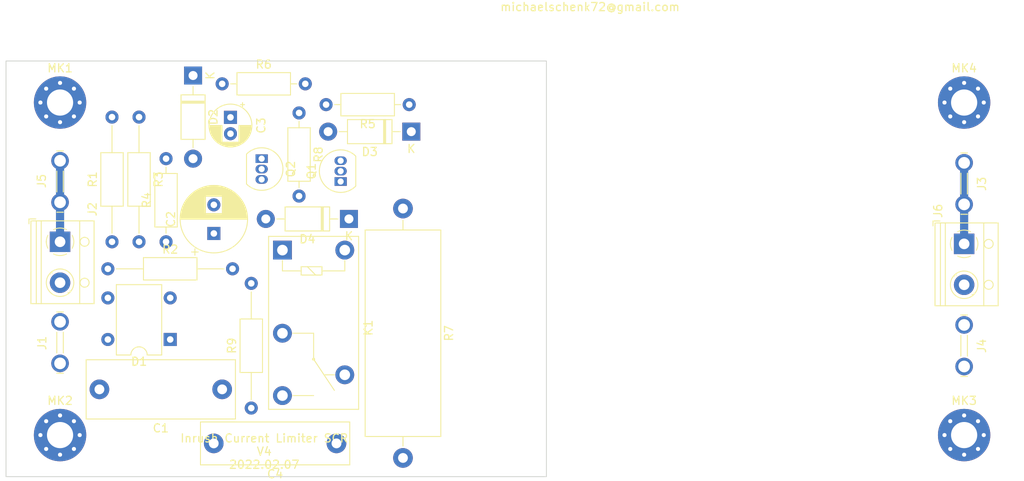
<source format=kicad_pcb>
(kicad_pcb (version 20211014) (generator pcbnew)
  (layers (0 "F.Cu" signal) (31 "B.Cu" signal) (34 "B.Paste" user) (35 "F.Paste" user) (36 "B.SilkS" user "B.Silkscreen") (37 "F.SilkS" user "F.Silkscreen") (38 "B.Mask" user) (39 "F.Mask" user) (44 "Edge.Cuts" user))
  (net 0 "")
  (net 1 "Net-(C1-Pad1)")
  (net 2 "Net-(C1-Pad2)")
  (net 3 "Net-(D1-Pad2)")
  (net 4 "Net-(K1-Pad5)")
  (net 5 "Net-(Q2-Pad2)")
  (net 6 "Net-(K1-Pad3)")
  (net 7 "Net-(C4-Pad2)")
  (net 8 "Net-(J6-Pad2)")
  (net 9 "Net-(K1-Pad1)")
  (net 10 "Net-(K1-Pad2)")
  (net 11 "Net-(K1-Pad4)")
  (net 12 "Net-(Q1-Pad1)")
  (net 13 "Net-(Q1-Pad2)")
  (net 14 "Net-(R3-Pad1)")
  (footprint "Diode_THT:D_DO-41_SOD81_P10.16mm_Horizontal" (layer "F.Cu") (at 120.65 75.184 180)
    (fp_text reference "D4" (at 5.08 -2.47) (layer "F.SilkS"))
    (fp_text value "1N4007")
    (fp_text user "K" (at 0 -2.1) (layer "F.SilkS"))
    (pad "1" thru_hole rect (at 0 0 180) (size 2.2 2.2) (drill 1.1) (layers *.Cu *.Mask) (net 4 "Net-(K1-Pad5)"))
    (pad "2" thru_hole oval (at 10.16 0 180) (size 2.2 2.2) (drill 1.1) (layers *.Cu *.Mask) (net 9 "Net-(K1-Pad1)"))
  )
  (footprint "Resistor_THT:R_Axial_DIN0207_L6.3mm_D2.5mm_P15.24mm_Horizontal" (layer "F.Cu") (at 91.186 81.28)
    (fp_text reference "R2" (at 7.62 -2.37) (layer "F.SilkS"))
    (fp_text value "220R/1W")
    (pad "1" thru_hole circle (at 0 0) (size 1.6 1.6) (drill 0.8) (layers *.Cu *.Mask) (net 6 "Net-(K1-Pad3)"))
    (pad "2" thru_hole oval (at 15.24 0) (size 1.6 1.6) (drill 0.8) (layers *.Cu *.Mask) (net 1 "Net-(C1-Pad1)"))
  )
  (footprint "Capacitor_THT:CP_Radial_D5.0mm_P2.00mm" (layer "F.Cu") (at 106.172 62.77 -90)
    (fp_text reference "C3" (at 1 -3.75 90) (layer "F.SilkS"))
    (fp_text value "22uF/50V")
    (pad "1" thru_hole rect (at 0 0 270) (size 1.6 1.6) (drill 0.8) (layers *.Cu *.Mask) (net 5 "Net-(Q2-Pad2)"))
    (pad "2" thru_hole circle (at 2 0 270) (size 1.6 1.6) (drill 0.8) (layers *.Cu *.Mask) (net 3 "Net-(D1-Pad2)"))
  )
  (footprint "TerminalBlock_RND:TerminalBlock_RND_205-00012_1x02_P5.00mm_Horizontal" (layer "F.Cu") (at 85.344 77.978 -90)
    (fp_text reference "J2" (at -3.978 -3.956 90) (layer "F.SilkS"))
    (fp_text value "Screw_Terminal_01x02")
    (pad "1" thru_hole rect (at 0 0 270) (size 2.5 2.5) (drill 1.3) (layers *.Cu *.Mask) (net 6 "Net-(K1-Pad3)"))
    (pad "2" thru_hole circle (at 5 0 270) (size 2.5 2.5) (drill 1.3) (layers *.Cu *.Mask) (net 8 "Net-(J6-Pad2)"))
  )
  (footprint "kicad-snk:TE_62409-1" (layer "F.Cu") (at 195.834 90.678 90)
    (fp_text reference "J4" (at -0.022 2.162 90) (layer "F.SilkS") (effects (font (size 1.001661 1.001661))))
    (fp_text value "Conn_01x02")
    (pad "1" thru_hole circle (at -2.54 0 90) (size 2.145 2.145) (drill 1.43) (layers *.Cu *.Mask) (net 8 "Net-(J6-Pad2)"))
    (pad "2" thru_hole circle (at 2.54 0 90) (size 2.145 2.145) (drill 1.43) (layers *.Cu *.Mask) (net 8 "Net-(J6-Pad2)"))
  )
  (footprint "Relay_THT:Relay_SPDT_Omron-G5Q-1" (layer "F.Cu") (at 112.522 78.994 -90)
    (fp_text reference "K1" (at 9.5 -10.5 90) (layer "F.SilkS"))
    (fp_text value "Omrom G5Q-1 DC24")
    (pad "1" thru_hole rect (at 0 0 90) (size 2.3 2.3) (drill 1.3) (layers *.Cu *.Mask) (net 9 "Net-(K1-Pad1)"))
    (pad "2" thru_hole circle (at 10.16 0 90) (size 2.3 2.3) (drill 1.3) (layers *.Cu *.Mask) (net 10 "Net-(K1-Pad2)"))
    (pad "3" thru_hole circle (at 17.78 0 90) (size 2.3 2.3) (drill 1.3) (layers *.Cu *.Mask) (net 6 "Net-(K1-Pad3)"))
    (pad "4" thru_hole circle (at 15.24 -7.62 90) (size 2.3 2.3) (drill 1.3) (layers *.Cu *.Mask) (net 11 "Net-(K1-Pad4)"))
    (pad "5" thru_hole circle (at 0 -7.62 90) (size 2.3 2.3) (drill 1.3) (layers *.Cu *.Mask) (net 4 "Net-(K1-Pad5)"))
  )
  (footprint "kicad-snk:TE_62409-1" (layer "F.Cu") (at 85.344 90.297 -90)
    (fp_text reference "J1" (at 0.053 2.194 90) (layer "F.SilkS") (effects (font (size 1.001661 1.001661))))
    (fp_text value "Conn_01x02")
    (pad "1" thru_hole circle (at -2.54 0 270) (size 2.145 2.145) (drill 1.43) (layers *.Cu *.Mask) (net 8 "Net-(J6-Pad2)"))
    (pad "2" thru_hole circle (at 2.54 0 270) (size 2.145 2.145) (drill 1.43) (layers *.Cu *.Mask) (net 8 "Net-(J6-Pad2)"))
  )
  (footprint "Resistor_THT:R_Axial_DIN0207_L6.3mm_D2.5mm_P10.16mm_Horizontal" (layer "F.Cu") (at 114.554 62.23 -90)
    (fp_text reference "R8" (at 5.08 -2.37 90) (layer "F.SilkS"))
    (fp_text value "22k")
    (pad "1" thru_hole circle (at 0 0 270) (size 1.6 1.6) (drill 0.8) (layers *.Cu *.Mask) (net 13 "Net-(Q1-Pad2)"))
    (pad "2" thru_hole oval (at 10.16 0 270) (size 1.6 1.6) (drill 0.8) (layers *.Cu *.Mask) (net 9 "Net-(K1-Pad1)"))
  )
  (footprint "kicad-snk:TE_62409-1" (layer "F.Cu") (at 195.834 70.866 -90)
    (fp_text reference "J3" (at 0.034 -2.162 90) (layer "F.SilkS") (effects (font (size 1.001661 1.001661))))
    (fp_text value "Conn_01x02")
    (pad "1" thru_hole circle (at -2.54 0 270) (size 2.145 2.145) (drill 1.43) (layers *.Cu *.Mask) (net 10 "Net-(K1-Pad2)"))
    (pad "2" thru_hole circle (at 2.54 0 270) (size 2.145 2.145) (drill 1.43) (layers *.Cu *.Mask) (net 10 "Net-(K1-Pad2)"))
  )
  (footprint "MountingHole:MountingHole_3.2mm_M3_Pad_Via" (layer "F.Cu") (at 85.344 60.96)
    (fp_text reference "MK1" (at 0 -4.2) (layer "F.SilkS"))
    (fp_text value "Mounting_Hole_PAD")
    (pad "1" thru_hole circle (at 0 2.4) (size 0.8 0.8) (drill 0.5) (layers *.Cu *.Mask))
    (pad "1" thru_hole circle (at -2.4 0) (size 0.8 0.8) (drill 0.5) (layers *.Cu *.Mask))
    (pad "1" thru_hole circle (at 0 0) (size 6.4 6.4) (drill 3.2) (layers *.Cu *.Mask))
    (pad "1" thru_hole circle (at -1.697056 1.697056) (size 0.8 0.8) (drill 0.5) (layers *.Cu *.Mask))
    (pad "1" thru_hole circle (at 0 -2.4) (size 0.8 0.8) (drill 0.5) (layers *.Cu *.Mask))
    (pad "1" thru_hole circle (at 1.697056 1.697056) (size 0.8 0.8) (drill 0.5) (layers *.Cu *.Mask))
    (pad "1" thru_hole circle (at 1.697056 -1.697056) (size 0.8 0.8) (drill 0.5) (layers *.Cu *.Mask))
    (pad "1" thru_hole circle (at -1.697056 -1.697056) (size 0.8 0.8) (drill 0.5) (layers *.Cu *.Mask))
    (pad "1" thru_hole circle (at 2.4 0) (size 0.8 0.8) (drill 0.5) (layers *.Cu *.Mask))
  )
  (footprint "Package_TO_SOT_THT:TO-92_Inline" (layer "F.Cu") (at 119.634 70.612 90)
    (fp_text reference "Q1" (at 1.27 -3.56 90) (layer "F.SilkS"))
    (fp_text value "BC559")
    (pad "1" thru_hole rect (at 0 0 90) (size 1.05 1.5) (drill 0.75) (layers *.Cu *.Mask) (net 12 "Net-(Q1-Pad1)"))
    (pad "2" thru_hole oval (at 1.27 0 90) (size 1.05 1.5) (drill 0.75) (layers *.Cu *.Mask) (net 13 "Net-(Q1-Pad2)"))
    (pad "3" thru_hole oval (at 2.54 0 90) (size 1.05 1.5) (drill 0.75) (layers *.Cu *.Mask) (net 4 "Net-(K1-Pad5)"))
  )
  (footprint "Package_TO_SOT_THT:TO-92_Inline" (layer "F.Cu") (at 109.982 67.818 -90)
    (fp_text reference "Q2" (at 1.27 -3.56 90) (layer "F.SilkS"))
    (fp_text value "2N7000")
    (pad "1" thru_hole rect (at 0 0 270) (size 1.05 1.5) (drill 0.75) (layers *.Cu *.Mask) (net 3 "Net-(D1-Pad2)"))
    (pad "2" thru_hole oval (at 1.27 0 270) (size 1.05 1.5) (drill 0.75) (layers *.Cu *.Mask) (net 5 "Net-(Q2-Pad2)"))
    (pad "3" thru_hole oval (at 2.54 0 270) (size 1.05 1.5) (drill 0.75) (layers *.Cu *.Mask) (net 9 "Net-(K1-Pad1)"))
  )
  (footprint "Resistor_THT:R_Axial_DIN0207_L6.3mm_D2.5mm_P10.16mm_Horizontal" (layer "F.Cu") (at 105.156 58.674)
    (fp_text reference "R6" (at 5.08 -2.37) (layer "F.SilkS"))
    (fp_text value "220R")
    (pad "1" thru_hole circle (at 0 0) (size 1.6 1.6) (drill 0.8) (layers *.Cu *.Mask) (net 5 "Net-(Q2-Pad2)"))
    (pad "2" thru_hole oval (at 10.16 0) (size 1.6 1.6) (drill 0.8) (layers *.Cu *.Mask) (net 12 "Net-(Q1-Pad1)"))
  )
  (footprint "TerminalBlock_RND:TerminalBlock_RND_205-00012_1x02_P5.00mm_Horizontal" (layer "F.Cu") (at 195.834 78.232 -90)
    (fp_text reference "J6" (at -4.032 3.188 90) (layer "F.SilkS"))
    (fp_text value "Screw_Terminal_01x02")
    (pad "1" thru_hole rect (at 0 0 270) (size 2.5 2.5) (drill 1.3) (layers *.Cu *.Mask) (net 10 "Net-(K1-Pad2)"))
    (pad "2" thru_hole circle (at 5 0 270) (size 2.5 2.5) (drill 1.3) (layers *.Cu *.Mask) (net 8 "Net-(J6-Pad2)"))
  )
  (footprint "MountingHole:MountingHole_3.2mm_M3_Pad_Via" (layer "F.Cu") (at 195.834 60.96)
    (fp_text reference "MK4" (at 0 -4.2) (layer "F.SilkS"))
    (fp_text value "Mounting_Hole_PAD")
    (pad "1" thru_hole circle (at -1.697056 -1.697056) (size 0.8 0.8) (drill 0.5) (layers *.Cu *.Mask))
    (pad "1" thru_hole circle (at 0 2.4) (size 0.8 0.8) (drill 0.5) (layers *.Cu *.Mask))
    (pad "1" thru_hole circle (at 2.4 0) (size 0.8 0.8) (drill 0.5) (layers *.Cu *.Mask))
    (pad "1" thru_hole circle (at -2.4 0) (size 0.8 0.8) (drill 0.5) (layers *.Cu *.Mask))
    (pad "1" thru_hole circle (at -1.697056 1.697056) (size 0.8 0.8) (drill 0.5) (layers *.Cu *.Mask))
    (pad "1" thru_hole circle (at 1.697056 1.697056) (size 0.8 0.8) (drill 0.5) (layers *.Cu *.Mask))
    (pad "1" thru_hole circle (at 0 -2.4) (size 0.8 0.8) (drill 0.5) (layers *.Cu *.Mask))
    (pad "1" thru_hole circle (at 0 0) (size 6.4 6.4) (drill 3.2) (layers *.Cu *.Mask))
    (pad "1" thru_hole circle (at 1.697056 -1.697056) (size 0.8 0.8) (drill 0.5) (layers *.Cu *.Mask))
  )
  (footprint "Capacitor_THT:CP_Radial_D8.0mm_P3.50mm" (layer "F.Cu") (at 104.14 76.962 90)
    (fp_text reference "C2" (at 1.75 -5.25 90) (layer "F.SilkS"))
    (fp_text value "100uF/50V")
    (pad "1" thru_hole rect (at 0 0 90) (size 1.6 1.6) (drill 0.8) (layers *.Cu *.Mask) (net 4 "Net-(K1-Pad5)"))
    (pad "2" thru_hole circle (at 3.5 0 90) (size 1.6 1.6) (drill 0.8) (layers *.Cu *.Mask) (net 3 "Net-(D1-Pad2)"))
  )
  (footprint "Diode_THT:Diode_Bridge_DIP-4_W7.62mm_P5.08mm" (layer "F.Cu") (at 98.806 89.916 180)
    (fp_text reference "D1" (at 3.8 -2.7) (layer "F.SilkS"))
    (fp_text value "DF04M")
    (pad "1" thru_hole rect (at 0 0 180) (size 1.6 1.6) (drill 0.8) (layers *.Cu *.Mask) (net 4 "Net-(K1-Pad5)"))
    (pad "2" thru_hole oval (at 0 5.08 180) (size 1.6 1.6) (drill 0.8) (layers *.Cu *.Mask) (net 3 "Net-(D1-Pad2)"))
    (pad "3" thru_hole oval (at 7.62 5.08 180) (size 1.6 1.6) (drill 0.8) (layers *.Cu *.Mask) (net 8 "Net-(J6-Pad2)"))
    (pad "4" thru_hole oval (at 7.62 0 180) (size 1.6 1.6) (drill 0.8) (layers *.Cu *.Mask) (net 2 "Net-(C1-Pad2)"))
  )
  (footprint "Resistor_THT:R_Axial_DIN0207_L6.3mm_D2.5mm_P10.16mm_Horizontal" (layer "F.Cu") (at 98.298 77.978 90)
    (fp_text reference "R4" (at 5.08 -2.37 90) (layer "F.SilkS"))
    (fp_text value "3k9")
    (pad "1" thru_hole circle (at 0 0 90) (size 1.6 1.6) (drill 0.8) (layers *.Cu *.Mask) (net 4 "Net-(K1-Pad5)"))
    (pad "2" thru_hole oval (at 10.16 0 90) (size 1.6 1.6) (drill 0.8) (layers *.Cu *.Mask) (net 3 "Net-(D1-Pad2)"))
  )
  (footprint "Capacitor_THT:C_Rect_L18.0mm_W7.0mm_P15.00mm_FKS3_FKP3" (layer "F.Cu") (at 105.156 96.012 180)
    (fp_text reference "C1" (at 7.5 -4.75) (layer "F.SilkS"))
    (fp_text value "220nF/X2")
    (pad "1" thru_hole circle (at 0 0 180) (size 2.4 2.4) (drill 1.2) (layers *.Cu *.Mask) (net 1 "Net-(C1-Pad1)"))
    (pad "2" thru_hole circle (at 15 0 180) (size 2.4 2.4) (drill 1.2) (layers *.Cu *.Mask) (net 2 "Net-(C1-Pad2)"))
  )
  (footprint "Resistor_THT:R_Axial_DIN0207_L6.3mm_D2.5mm_P10.16mm_Horizontal" (layer "F.Cu") (at 128.016 61.214 180)
    (fp_text reference "R5" (at 5.08 -2.37) (layer "F.SilkS"))
    (fp_text value "100k")
    (pad "1" thru_hole circle (at 0 0 180) (size 1.6 1.6) (drill 0.8) (layers *.Cu *.Mask) (net 4 "Net-(K1-Pad5)"))
    (pad "2" thru_hole oval (at 10.16 0 180) (size 1.6 1.6) (drill 0.8) (layers *.Cu *.Mask) (net 5 "Net-(Q2-Pad2)"))
  )
  (footprint "Resistor_THT:R_Axial_DIN0207_L6.3mm_D2.5mm_P15.24mm_Horizontal" (layer "F.Cu") (at 94.996 62.738 -90)
    (fp_text reference "R3" (at 7.62 -2.37 -90) (layer "F.SilkS"))
    (fp_text value "270k/1W")
    (pad "1" thru_hole circle (at 0 0 270) (size 1.6 1.6) (drill 0.8) (layers *.Cu *.Mask) (net 14 "Net-(R3-Pad1)"))
    (pad "2" thru_hole oval (at 15.24 0 270) (size 1.6 1.6) (drill 0.8) (layers *.Cu *.Mask) (net 2 "Net-(C1-Pad2)"))
  )
  (footprint "Diode_THT:D_DO-41_SOD81_P10.16mm_Horizontal" (layer "F.Cu") (at 128.27 64.516 180)
    (fp_text reference "D3" (at 5.08 -2.47) (layer "F.SilkS"))
    (fp_text value "1N4007")
    (fp_text user "K" (at 0 -2.1) (layer "F.SilkS"))
    (pad "1" thru_hole rect (at 0 0 180) (size 2.2 2.2) (drill 1.1) (layers *.Cu *.Mask) (net 4 "Net-(K1-Pad5)"))
    (pad "2" thru_hole oval (at 10.16 0 180) (size 2.2 2.2) (drill 1.1) (layers *.Cu *.Mask) (net 5 "Net-(Q2-Pad2)"))
  )
  (footprint "kicad-snk:TE_62409-1" (layer "F.Cu") (at 85.344 70.612 90)
    (fp_text reference "J5" (at 0.062 -2.244 90) (layer "F.SilkS") (effects (font (size 1.001661 1.001661))))
    (fp_text value "Conn_01x02")
    (pad "1" thru_hole circle (at -2.54 0 90) (size 2.145 2.145) (drill 1.43) (layers *.Cu *.Mask) (net 6 "Net-(K1-Pad3)"))
    (pad "2" thru_hole circle (at 2.54 0 90) (size 2.145 2.145) (drill 1.43) (layers *.Cu *.Mask) (net 6 "Net-(K1-Pad3)"))
  )
  (footprint "Capacitor_THT:C_Rect_L18.0mm_W5.0mm_P15.00mm_FKS3_FKP3" (layer "F.Cu") (at 119.126 102.616 180)
    (fp_text reference "C4" (at 7.5 -3.75) (layer "F.SilkS"))
    (fp_text value "100nF/X2")
    (pad "1" thru_hole circle (at 0 0 180) (size 2.4 2.4) (drill 1.2) (layers *.Cu *.Mask) (net 6 "Net-(K1-Pad3)"))
    (pad "2" thru_hole circle (at 15 0 180) (size 2.4 2.4) (drill 1.2) (layers *.Cu *.Mask) (net 7 "Net-(C4-Pad2)"))
  )
  (footprint "Resistor_THT:R_Axial_Power_L25.0mm_W9.0mm_P30.48mm" (layer "F.Cu") (at 127.254 73.914 -90)
    (fp_text reference "R7" (at 15.24 -5.62 90) (layer "F.SilkS"))
    (fp_text value "100R/5W")
    (pad "1" thru_hole circle (at 0 0 270) (size 2.4 2.4) (drill 1.2) (layers *.Cu *.Mask) (net 11 "Net-(K1-Pad4)"))
    (pad "2" thru_hole oval (at 30.48 0 270) (size 2.4 2.4) (drill 1.2) (layers *.Cu *.Mask) (net 6 "Net-(K1-Pad3)"))
  )
  (footprint "Resistor_THT:R_Axial_DIN0207_L6.3mm_D2.5mm_P15.24mm_Horizontal" (layer "F.Cu") (at 108.712 98.298 90)
    (fp_text reference "R9" (at 7.62 -2.37 90) (layer "F.SilkS"))
    (fp_text value "100R/1W")
    (pad "1" thru_hole circle (at 0 0 90) (size 1.6 1.6) (drill 0.8) (layers *.Cu *.Mask) (net 7 "Net-(C4-Pad2)"))
    (pad "2" thru_hole oval (at 15.24 0 90) (size 1.6 1.6) (drill 0.8) (layers *.Cu *.Mask) (net 10 "Net-(K1-Pad2)"))
  )
  (footprint "Resistor_THT:R_Axial_DIN0207_L6.3mm_D2.5mm_P15.24mm_Horizontal" (layer "F.Cu") (at 91.694 77.978 90)
    (fp_text reference "R1" (at 7.62 -2.37 90) (layer "F.SilkS"))
    (fp_text value "270k/1W")
    (pad "1" thru_hole circle (at 0 0 90) (size 1.6 1.6) (drill 0.8) (layers *.Cu *.Mask) (net 6 "Net-(K1-Pad3)"))
    (pad "2" thru_hole oval (at 15.24 0 90) (size 1.6 1.6) (drill 0.8) (layers *.Cu *.Mask) (net 14 "Net-(R3-Pad1)"))
  )
  (footprint "MountingHole:MountingHole_3.2mm_M3_Pad_Via" (layer "F.Cu") (at 195.834 101.6)
    (fp_text reference "MK3" (at 0 -4.2) (layer "F.SilkS"))
    (fp_text value "Mounting_Hole_PAD")
    (pad "1" thru_hole circle (at 2.4 0) (size 0.8 0.8) (drill 0.5) (layers *.Cu *.Mask))
    (pad "1" thru_hole circle (at -2.4 0) (size 0.8 0.8) (drill 0.5) (layers *.Cu *.Mask))
    (pad "1" thru_hole circle (at -1.697056 -1.697056) (size 0.8 0.8) (drill 0.5) (layers *.Cu *.Mask))
    (pad "1" thru_hole circle (at -1.697056 1.697056) (size 0.8 0.8) (drill 0.5) (layers *.Cu *.Mask))
    (pad "1" thru_hole circle (at 1.697056 -1.697056) (size 0.8 0.8) (drill 0.5) (layers *.Cu *.Mask))
    (pad "1" thru_hole circle (at 0 0) (size 6.4 6.4) (drill 3.2) (layers *.Cu *.Mask))
    (pad "1" thru_hole circle (at 1.697056 1.697056) (size 0.8 0.8) (drill 0.5) (layers *.Cu *.Mask))
    (pad "1" thru_hole circle (at 0 -2.4) (size 0.8 0.8) (drill 0.5) (layers *.Cu *.Mask))
    (pad "1" thru_hole circle (at 0 2.4) (size 0.8 0.8) (drill 0.5) (layers *.Cu *.Mask))
  )
  (footprint "MountingHole:MountingHole_3.2mm_M3_Pad_Via" (layer "F.Cu") (at 85.344 101.6)
    (fp_text reference "MK2" (at 0 -4.2) (layer "F.SilkS"))
    (fp_text value "Mounting_Hole_PAD")
    (pad "1" thru_hole circle (at -1.697056 1.697056) (size 0.8 0.8) (drill 0.5) (layers *.Cu *.Mask))
    (pad "1" thru_hole circle (at 1.697056 1.697056) (size 0.8 0.8) (drill 0.5) (layers *.Cu *.Mask))
    (pad "1" thru_hole circle (at 1.697056 -1.697056) (size 0.8 0.8) (drill 0.5) (layers *.Cu *.Mask))
    (pad "1" thru_hole circle (at 0 -2.4) (size 0.8 0.8) (drill 0.5) (layers *.Cu *.Mask))
    (pad "1" thru_hole circle (at 0 0) (size 6.4 6.4) (drill 3.2) (layers *.Cu *.Mask))
    (pad "1" thru_hole circle (at 0 2.4) (size 0.8 0.8) (drill 0.5) (layers *.Cu *.Mask))
    (pad "1" thru_hole circle (at 2.4 0) (size 0.8 0.8) (drill 0.5) (layers *.Cu *.Mask))
    (pad "1" thru_hole circle (at -2.4 0) (size 0.8 0.8) (drill 0.5) (layers *.Cu *.Mask))
    (pad "1" thru_hole circle (at -1.697056 -1.697056) (size 0.8 0.8) (drill 0.5) (layers *.Cu *.Mask))
  )
  (footprint "Diode_THT:D_DO-41_SOD81_P10.16mm_Horizontal" (layer "F.Cu") (at 101.6 57.658 -90)
    (fp_text reference "D2" (at 5.08 -2.47 -270) (layer "F.SilkS"))
    (fp_text value "1N4742A/12V")
    (fp_text user "K" (at 0 -2.1 -270) (layer "F.SilkS"))
    (pad "1" thru_hole rect (at 0 0 270) (size 2.2 2.2) (drill 1.1) (layers *.Cu *.Mask) (net 5 "Net-(Q2-Pad2)"))
    (pad "2" thru_hole oval (at 10.16 0 270) (size 2.2 2.2) (drill 1.1) (layers *.Cu *.Mask) (net 3 "Net-(D1-Pad2)"))
  )
  (gr_rect (start 78.74 55.88) (end 144.78 106.68) (layer "Edge.Cuts") (width 0.1) (fill none))
  (gr_text "Inrush Current Limiter SCR\nV4\n2022.02.07" (at 110.3 103.6) (layer "F.SilkS") (effects (font (size 1 1))))
  (gr_text "michaelschenk72@gmail.com" (at 150.114 49.276) (layer "F.SilkS") (effects (font (size 1 1))))
  (segment (start 85.344 73.152) (end 85.344 68.072) (width 1) (layer "B.Cu") (net 6))
  (segment (start 85.344 77.978) (end 85.344 73.152) (width 1) (layer "B.Cu") (net 6))
  (segment (start 195.834 73.406) (end 195.834 68.326) (width 1) (layer "B.Cu") (net 10))
  (segment (start 195.834 78.232) (end 195.834 73.406) (width 1) (layer "B.Cu") (net 10))
)
</source>
